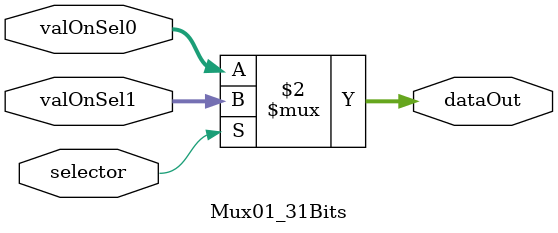
<source format=v>
`timescale 1ns/1ns
module Mux01_31Bits (
    input [31:0] valOnSel0, 
    input [31:0] valOnSel1, 
    input selector,
    output reg [31:0]dataOut
);

    assign dataOut = selector == 1'b1 
                    ? valOnSel1
                    : valOnSel0;
    
endmodule //Mux01

</source>
